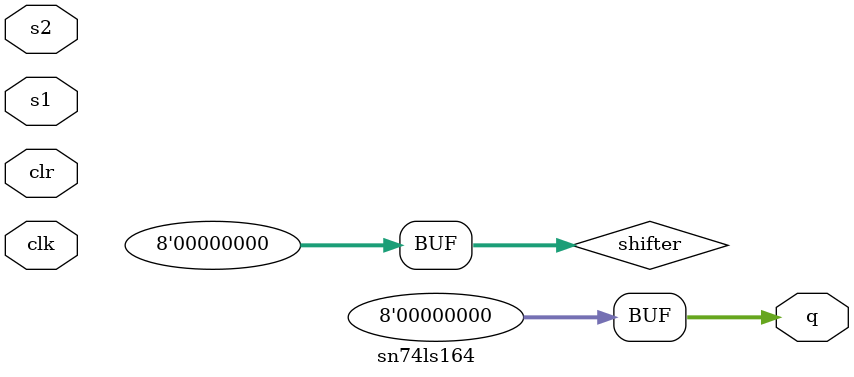
<source format=v>
module sn74ls164(q, s1, s2, clr, clk);
input s1, s2, clr, clk;
output [7:0] q;
reg [7:0] shifter;
wire s;

parameter
	tPLH_min=8,  tPLH_typ=17, tPLH_max=27, // worst case
	tPHL_min=10, tPHL_typ=21, tPHL_max=32;

initial
begin
	shifter <= 8'bxxxxxxxx;
end

assign s = s1==1 && s2==1 ? 1 : 0;

always @(clr==0)
begin
	shifter <= 8'b0000000;
end



always @(posedge clk)
begin
	if (clr==0)
		shifter <= 0;
	else 
		shifter <= { shifter[6:0], s };
end

assign #(tPLH_min:tPLH_typ:tPLH_max, tPHL_min:tPHL_typ:tPHL_max)
	q = shifter;

endmodule

</source>
